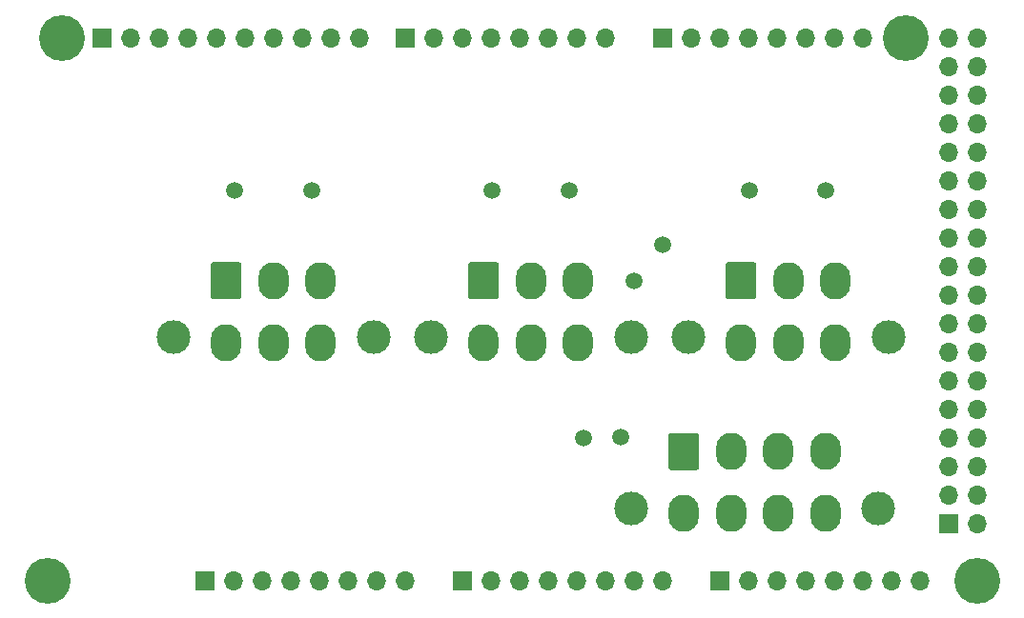
<source format=gbr>
G04 #@! TF.GenerationSoftware,KiCad,Pcbnew,(5.1.4)-1*
G04 #@! TF.CreationDate,2020-12-27T09:51:02-07:00*
G04 #@! TF.ProjectId,ABSIS_Bus_Master,41425349-535f-4427-9573-5f4d61737465,2*
G04 #@! TF.SameCoordinates,Original*
G04 #@! TF.FileFunction,Soldermask,Bot*
G04 #@! TF.FilePolarity,Negative*
%FSLAX46Y46*%
G04 Gerber Fmt 4.6, Leading zero omitted, Abs format (unit mm)*
G04 Created by KiCad (PCBNEW (5.1.4)-1) date 2020-12-27 09:51:02*
%MOMM*%
%LPD*%
G04 APERTURE LIST*
%ADD10C,1.500000*%
%ADD11C,4.064000*%
%ADD12R,1.700000X1.700000*%
%ADD13O,1.700000X1.700000*%
%ADD14C,0.100000*%
%ADD15C,2.700000*%
%ADD16O,2.700000X3.300000*%
%ADD17C,3.000000*%
G04 APERTURE END LIST*
D10*
X186436000Y-84455000D03*
X163703000Y-84455000D03*
X156845000Y-84455000D03*
X140843000Y-84455000D03*
X133985000Y-84455000D03*
X179705000Y-84455000D03*
D11*
X117348000Y-119126000D03*
X199898000Y-119126000D03*
X118618000Y-70866000D03*
X193548000Y-70866000D03*
D10*
X164973000Y-106426000D03*
X171958000Y-89281000D03*
X169418000Y-92456000D03*
X168275000Y-106362500D03*
D12*
X197358000Y-114046000D03*
D13*
X199898000Y-114046000D03*
X197358000Y-111506000D03*
X199898000Y-111506000D03*
X197358000Y-108966000D03*
X199898000Y-108966000D03*
X197358000Y-106426000D03*
X199898000Y-106426000D03*
X197358000Y-103886000D03*
X199898000Y-103886000D03*
X197358000Y-101346000D03*
X199898000Y-101346000D03*
X197358000Y-98806000D03*
X199898000Y-98806000D03*
X197358000Y-96266000D03*
X199898000Y-96266000D03*
X197358000Y-93726000D03*
X199898000Y-93726000D03*
X197358000Y-91186000D03*
X199898000Y-91186000D03*
X197358000Y-88646000D03*
X199898000Y-88646000D03*
X197358000Y-86106000D03*
X199898000Y-86106000D03*
X197358000Y-83566000D03*
X199898000Y-83566000D03*
X197358000Y-81026000D03*
X199898000Y-81026000D03*
X197358000Y-78486000D03*
X199898000Y-78486000D03*
X197358000Y-75946000D03*
X199898000Y-75946000D03*
X197358000Y-73406000D03*
X199898000Y-73406000D03*
X197358000Y-70866000D03*
X199898000Y-70866000D03*
D12*
X131318000Y-119126000D03*
D13*
X133858000Y-119126000D03*
X136398000Y-119126000D03*
X138938000Y-119126000D03*
X141478000Y-119126000D03*
X144018000Y-119126000D03*
X146558000Y-119126000D03*
X149098000Y-119126000D03*
D12*
X177038000Y-119126000D03*
D13*
X179578000Y-119126000D03*
X182118000Y-119126000D03*
X184658000Y-119126000D03*
X187198000Y-119126000D03*
X189738000Y-119126000D03*
X192278000Y-119126000D03*
X194818000Y-119126000D03*
D12*
X122174000Y-70866000D03*
D13*
X124714000Y-70866000D03*
X127254000Y-70866000D03*
X129794000Y-70866000D03*
X132334000Y-70866000D03*
X134874000Y-70866000D03*
X137414000Y-70866000D03*
X139954000Y-70866000D03*
X142494000Y-70866000D03*
X145034000Y-70866000D03*
X166878000Y-70866000D03*
X164338000Y-70866000D03*
X161798000Y-70866000D03*
X159258000Y-70866000D03*
X156718000Y-70866000D03*
X154178000Y-70866000D03*
X151638000Y-70866000D03*
D12*
X149098000Y-70866000D03*
D13*
X189738000Y-70866000D03*
X187198000Y-70866000D03*
X184658000Y-70866000D03*
X182118000Y-70866000D03*
X179578000Y-70866000D03*
X177038000Y-70866000D03*
X174498000Y-70866000D03*
D12*
X171958000Y-70866000D03*
X154174201Y-119126000D03*
D13*
X156714201Y-119126000D03*
X159254201Y-119126000D03*
X161794201Y-119126000D03*
X164334201Y-119126000D03*
X166874201Y-119126000D03*
X169414201Y-119126000D03*
X171954201Y-119126000D03*
D14*
G36*
X174987503Y-106017204D02*
G01*
X175011772Y-106020804D01*
X175035570Y-106026765D01*
X175058670Y-106035030D01*
X175080849Y-106045520D01*
X175101892Y-106058133D01*
X175121598Y-106072748D01*
X175139776Y-106089224D01*
X175156252Y-106107402D01*
X175170867Y-106127108D01*
X175183480Y-106148151D01*
X175193970Y-106170330D01*
X175202235Y-106193430D01*
X175208196Y-106217228D01*
X175211796Y-106241497D01*
X175213000Y-106266001D01*
X175213000Y-109065999D01*
X175211796Y-109090503D01*
X175208196Y-109114772D01*
X175202235Y-109138570D01*
X175193970Y-109161670D01*
X175183480Y-109183849D01*
X175170867Y-109204892D01*
X175156252Y-109224598D01*
X175139776Y-109242776D01*
X175121598Y-109259252D01*
X175101892Y-109273867D01*
X175080849Y-109286480D01*
X175058670Y-109296970D01*
X175035570Y-109305235D01*
X175011772Y-109311196D01*
X174987503Y-109314796D01*
X174962999Y-109316000D01*
X172763001Y-109316000D01*
X172738497Y-109314796D01*
X172714228Y-109311196D01*
X172690430Y-109305235D01*
X172667330Y-109296970D01*
X172645151Y-109286480D01*
X172624108Y-109273867D01*
X172604402Y-109259252D01*
X172586224Y-109242776D01*
X172569748Y-109224598D01*
X172555133Y-109204892D01*
X172542520Y-109183849D01*
X172532030Y-109161670D01*
X172523765Y-109138570D01*
X172517804Y-109114772D01*
X172514204Y-109090503D01*
X172513000Y-109065999D01*
X172513000Y-106266001D01*
X172514204Y-106241497D01*
X172517804Y-106217228D01*
X172523765Y-106193430D01*
X172532030Y-106170330D01*
X172542520Y-106148151D01*
X172555133Y-106127108D01*
X172569748Y-106107402D01*
X172586224Y-106089224D01*
X172604402Y-106072748D01*
X172624108Y-106058133D01*
X172645151Y-106045520D01*
X172667330Y-106035030D01*
X172690430Y-106026765D01*
X172714228Y-106020804D01*
X172738497Y-106017204D01*
X172763001Y-106016000D01*
X174962999Y-106016000D01*
X174987503Y-106017204D01*
X174987503Y-106017204D01*
G37*
D15*
X173863000Y-107666000D03*
D16*
X178063000Y-107666000D03*
X182263000Y-107666000D03*
X186463000Y-107666000D03*
X173863000Y-113166000D03*
X178063000Y-113166000D03*
X182263000Y-113166000D03*
X186463000Y-113166000D03*
D17*
X169163000Y-112706000D03*
X191163000Y-112706000D03*
X169183000Y-97496000D03*
X151383000Y-97496000D03*
D16*
X164483000Y-97956000D03*
X160283000Y-97956000D03*
X156083000Y-97956000D03*
X164483000Y-92456000D03*
X160283000Y-92456000D03*
D14*
G36*
X157207503Y-90807204D02*
G01*
X157231772Y-90810804D01*
X157255570Y-90816765D01*
X157278670Y-90825030D01*
X157300849Y-90835520D01*
X157321892Y-90848133D01*
X157341598Y-90862748D01*
X157359776Y-90879224D01*
X157376252Y-90897402D01*
X157390867Y-90917108D01*
X157403480Y-90938151D01*
X157413970Y-90960330D01*
X157422235Y-90983430D01*
X157428196Y-91007228D01*
X157431796Y-91031497D01*
X157433000Y-91056001D01*
X157433000Y-93855999D01*
X157431796Y-93880503D01*
X157428196Y-93904772D01*
X157422235Y-93928570D01*
X157413970Y-93951670D01*
X157403480Y-93973849D01*
X157390867Y-93994892D01*
X157376252Y-94014598D01*
X157359776Y-94032776D01*
X157341598Y-94049252D01*
X157321892Y-94063867D01*
X157300849Y-94076480D01*
X157278670Y-94086970D01*
X157255570Y-94095235D01*
X157231772Y-94101196D01*
X157207503Y-94104796D01*
X157182999Y-94106000D01*
X154983001Y-94106000D01*
X154958497Y-94104796D01*
X154934228Y-94101196D01*
X154910430Y-94095235D01*
X154887330Y-94086970D01*
X154865151Y-94076480D01*
X154844108Y-94063867D01*
X154824402Y-94049252D01*
X154806224Y-94032776D01*
X154789748Y-94014598D01*
X154775133Y-93994892D01*
X154762520Y-93973849D01*
X154752030Y-93951670D01*
X154743765Y-93928570D01*
X154737804Y-93904772D01*
X154734204Y-93880503D01*
X154733000Y-93855999D01*
X154733000Y-91056001D01*
X154734204Y-91031497D01*
X154737804Y-91007228D01*
X154743765Y-90983430D01*
X154752030Y-90960330D01*
X154762520Y-90938151D01*
X154775133Y-90917108D01*
X154789748Y-90897402D01*
X154806224Y-90879224D01*
X154824402Y-90862748D01*
X154844108Y-90848133D01*
X154865151Y-90835520D01*
X154887330Y-90825030D01*
X154910430Y-90816765D01*
X154934228Y-90810804D01*
X154958497Y-90807204D01*
X154983001Y-90806000D01*
X157182999Y-90806000D01*
X157207503Y-90807204D01*
X157207503Y-90807204D01*
G37*
D15*
X156083000Y-92456000D03*
D14*
G36*
X134347503Y-90807204D02*
G01*
X134371772Y-90810804D01*
X134395570Y-90816765D01*
X134418670Y-90825030D01*
X134440849Y-90835520D01*
X134461892Y-90848133D01*
X134481598Y-90862748D01*
X134499776Y-90879224D01*
X134516252Y-90897402D01*
X134530867Y-90917108D01*
X134543480Y-90938151D01*
X134553970Y-90960330D01*
X134562235Y-90983430D01*
X134568196Y-91007228D01*
X134571796Y-91031497D01*
X134573000Y-91056001D01*
X134573000Y-93855999D01*
X134571796Y-93880503D01*
X134568196Y-93904772D01*
X134562235Y-93928570D01*
X134553970Y-93951670D01*
X134543480Y-93973849D01*
X134530867Y-93994892D01*
X134516252Y-94014598D01*
X134499776Y-94032776D01*
X134481598Y-94049252D01*
X134461892Y-94063867D01*
X134440849Y-94076480D01*
X134418670Y-94086970D01*
X134395570Y-94095235D01*
X134371772Y-94101196D01*
X134347503Y-94104796D01*
X134322999Y-94106000D01*
X132123001Y-94106000D01*
X132098497Y-94104796D01*
X132074228Y-94101196D01*
X132050430Y-94095235D01*
X132027330Y-94086970D01*
X132005151Y-94076480D01*
X131984108Y-94063867D01*
X131964402Y-94049252D01*
X131946224Y-94032776D01*
X131929748Y-94014598D01*
X131915133Y-93994892D01*
X131902520Y-93973849D01*
X131892030Y-93951670D01*
X131883765Y-93928570D01*
X131877804Y-93904772D01*
X131874204Y-93880503D01*
X131873000Y-93855999D01*
X131873000Y-91056001D01*
X131874204Y-91031497D01*
X131877804Y-91007228D01*
X131883765Y-90983430D01*
X131892030Y-90960330D01*
X131902520Y-90938151D01*
X131915133Y-90917108D01*
X131929748Y-90897402D01*
X131946224Y-90879224D01*
X131964402Y-90862748D01*
X131984108Y-90848133D01*
X132005151Y-90835520D01*
X132027330Y-90825030D01*
X132050430Y-90816765D01*
X132074228Y-90810804D01*
X132098497Y-90807204D01*
X132123001Y-90806000D01*
X134322999Y-90806000D01*
X134347503Y-90807204D01*
X134347503Y-90807204D01*
G37*
D15*
X133223000Y-92456000D03*
D16*
X137423000Y-92456000D03*
X141623000Y-92456000D03*
X133223000Y-97956000D03*
X137423000Y-97956000D03*
X141623000Y-97956000D03*
D17*
X128523000Y-97496000D03*
X146323000Y-97496000D03*
D14*
G36*
X180067503Y-90807204D02*
G01*
X180091772Y-90810804D01*
X180115570Y-90816765D01*
X180138670Y-90825030D01*
X180160849Y-90835520D01*
X180181892Y-90848133D01*
X180201598Y-90862748D01*
X180219776Y-90879224D01*
X180236252Y-90897402D01*
X180250867Y-90917108D01*
X180263480Y-90938151D01*
X180273970Y-90960330D01*
X180282235Y-90983430D01*
X180288196Y-91007228D01*
X180291796Y-91031497D01*
X180293000Y-91056001D01*
X180293000Y-93855999D01*
X180291796Y-93880503D01*
X180288196Y-93904772D01*
X180282235Y-93928570D01*
X180273970Y-93951670D01*
X180263480Y-93973849D01*
X180250867Y-93994892D01*
X180236252Y-94014598D01*
X180219776Y-94032776D01*
X180201598Y-94049252D01*
X180181892Y-94063867D01*
X180160849Y-94076480D01*
X180138670Y-94086970D01*
X180115570Y-94095235D01*
X180091772Y-94101196D01*
X180067503Y-94104796D01*
X180042999Y-94106000D01*
X177843001Y-94106000D01*
X177818497Y-94104796D01*
X177794228Y-94101196D01*
X177770430Y-94095235D01*
X177747330Y-94086970D01*
X177725151Y-94076480D01*
X177704108Y-94063867D01*
X177684402Y-94049252D01*
X177666224Y-94032776D01*
X177649748Y-94014598D01*
X177635133Y-93994892D01*
X177622520Y-93973849D01*
X177612030Y-93951670D01*
X177603765Y-93928570D01*
X177597804Y-93904772D01*
X177594204Y-93880503D01*
X177593000Y-93855999D01*
X177593000Y-91056001D01*
X177594204Y-91031497D01*
X177597804Y-91007228D01*
X177603765Y-90983430D01*
X177612030Y-90960330D01*
X177622520Y-90938151D01*
X177635133Y-90917108D01*
X177649748Y-90897402D01*
X177666224Y-90879224D01*
X177684402Y-90862748D01*
X177704108Y-90848133D01*
X177725151Y-90835520D01*
X177747330Y-90825030D01*
X177770430Y-90816765D01*
X177794228Y-90810804D01*
X177818497Y-90807204D01*
X177843001Y-90806000D01*
X180042999Y-90806000D01*
X180067503Y-90807204D01*
X180067503Y-90807204D01*
G37*
D15*
X178943000Y-92456000D03*
D16*
X183143000Y-92456000D03*
X187343000Y-92456000D03*
X178943000Y-97956000D03*
X183143000Y-97956000D03*
X187343000Y-97956000D03*
D17*
X174243000Y-97496000D03*
X192043000Y-97496000D03*
M02*

</source>
